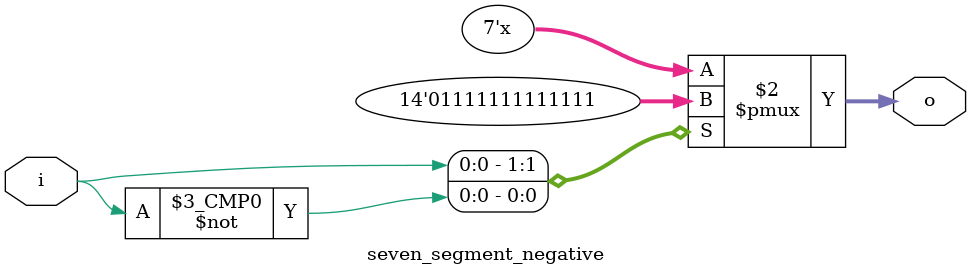
<source format=v>
module seven_segment_negative(i,o);

input i;
output reg [6:0]o; // a, b, c, d, e, f, g

always@(*)
begin
   case (i)
    1'b1 : o = 7'b0111111;
    1'b0 : o = 7'b1111111;
   endcase
end
endmodule
</source>
